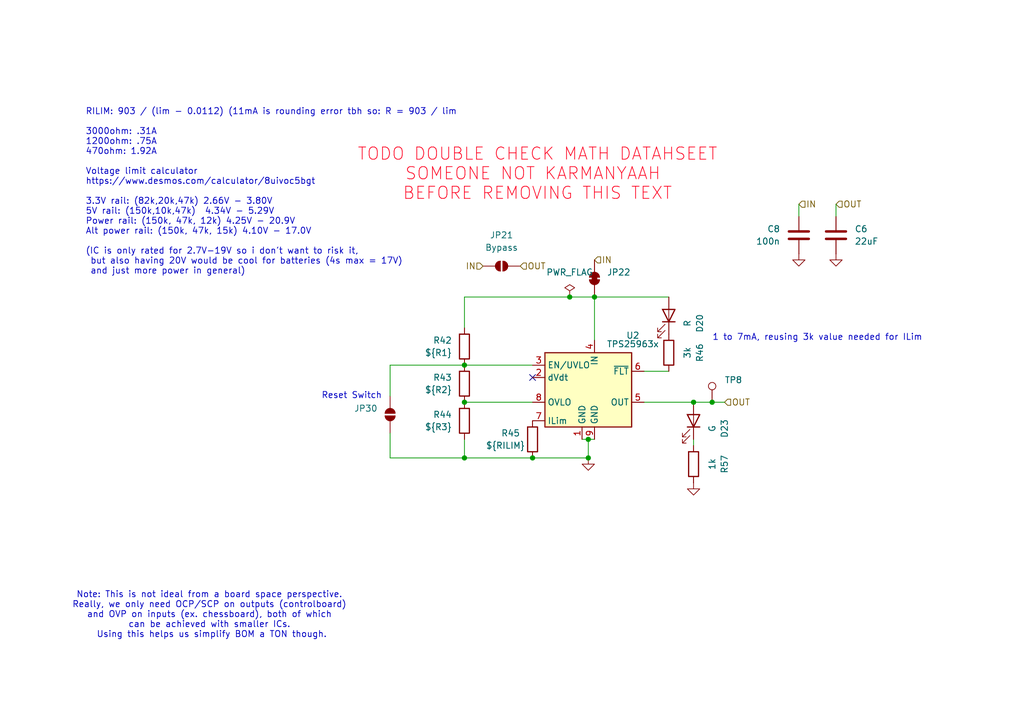
<source format=kicad_sch>
(kicad_sch (version 20231120) (generator "eeschema") (generator_version "8.0")
  (paper "A5")
  (lib_symbols
    (symbol "0chessbot-parts:TPS2592xx"
      (property "Reference" "U" (at -6.35 6.35 0))
      (property "Value" "TPS2596xx" (at 6.35 6.35 0))
      (symbol "TPS2592xx_0_1"
        (rectangle (start -8.89 7.62) (end 8.89 -7.62) (stroke (width 0.254)) (fill (type background)))
      )
      (symbol "TPS2592xx_1_0"
        (pin power_in line (at -1.27 -10.16 90) (length 2.54) (name "GND") (number "1"))
        (pin bidirectional line (at -11.43 2.54 0) (length 2.54) (name "dVdt") (number "2"))
        (pin input line (at -11.43 5.08 0) (length 2.54) (name "EN/UVLO") (number "3"))
        (pin power_in line (at 1.27 10.16 270) (length 2.54) (name "IN") (number "4"))
        (pin power_out line (at 11.43 -2.54 180) (length 2.54) (name "OUT") (number "5"))
        (pin bidirectional line (at 11.43 3.81 180) (length 2.54) (name "~{FLT}") (number "6"))
        (pin bidirectional line (at -11.43 -6.35 0) (length 2.54) (name "ILim") (number "7"))
        (pin bidirectional line (at -11.43 -2.54 0) (length 2.54) (name "OVLO") (number "8"))
        (pin power_in line (at 1.27 -10.16 90) (length 2.54) (name "GND") (number "9"))
      )
    )
    (symbol "Connector:TestPoint" (pin_numbers hide) (pin_names (offset 0.762) hide)
      (property "Reference" "TP" (at 0 6.858 0))
      (property "Value" "TestPoint" (at 0 5.08 0))
      (symbol "TestPoint_0_1"
        (circle (center 0 3.302) (radius 0.762))
      )
      (symbol "TestPoint_1_1"
        (pin passive line (at 0 0 90) (length 2.54) (name "1") (number "1"))
      )
    )
    (symbol "Device:C" (pin_numbers hide) (pin_names (offset 0.254))
      (property "Reference" "C" (at 0.635 2.54 0))
      (property "Value" "C" (at 0.635 -2.54 0))
      (symbol "C_0_1"
        (polyline (pts (xy -2.032 -0.762) (xy 2.032 -0.762)) (stroke (width 0.508)))
        (polyline (pts (xy -2.032 0.762) (xy 2.032 0.762)) (stroke (width 0.508)))
      )
      (symbol "C_1_1"
        (pin passive line (at 0 3.81 270) (length 2.794) (name "~") (number "1"))
        (pin passive line (at 0 -3.81 90) (length 2.794) (name "~") (number "2"))
      )
    )
    (symbol "Device:LED" (pin_numbers hide) (pin_names (offset 1.016) hide)
      (property "Reference" "D" (at 0 2.54 0))
      (property "Value" "LED" (at 0 -2.54 0))
      (symbol "LED_0_1"
        (polyline (pts (xy -1.27 -1.27) (xy -1.27 1.27)) (stroke (width 0.254)))
        (polyline (pts (xy -1.27 0) (xy 1.27 0)))
        (polyline (pts (xy 1.27 -1.27) (xy 1.27 1.27) (xy -1.27 0) (xy 1.27 -1.27)) (stroke (width 0.254)))
        (polyline (pts (xy -3.048 -0.762) (xy -4.572 -2.286) (xy -3.81 -2.286) (xy -4.572 -2.286) (xy -4.572 -1.524)))
        (polyline (pts (xy -1.778 -0.762) (xy -3.302 -2.286) (xy -2.54 -2.286) (xy -3.302 -2.286) (xy -3.302 -1.524)))
      )
      (symbol "LED_1_1"
        (pin passive line (at -3.81 0 0) (length 2.54) (name "K") (number "1"))
        (pin passive line (at 3.81 0 180) (length 2.54) (name "A") (number "2"))
      )
    )
    (symbol "Device:R" (pin_numbers hide) (pin_names (offset 0))
      (property "Reference" "R" (at 2.032 0 90))
      (property "Value" "R" (at 0 0 90))
      (symbol "R_0_1"
        (rectangle (start -1.016 -2.54) (end 1.016 2.54) (stroke (width 0.254)))
      )
      (symbol "R_1_1"
        (pin passive line (at 0 3.81 270) (length 1.27) (name "~") (number "1"))
        (pin passive line (at 0 -3.81 90) (length 1.27) (name "~") (number "2"))
      )
    )
    (symbol "Jumper:SolderJumper_2_Bridged" (pin_numbers hide) (pin_names (offset 0) hide) (exclude_from_sim yes) (in_bom no)
      (property "Reference" "JP" (at 0 2.032 0))
      (property "Value" "SolderJumper_2_Bridged" (at 0 -2.54 0))
      (symbol "SolderJumper_2_Bridged_0_1"
        (rectangle (start -0.508 0.508) (end 0.508 -0.508) (fill (type outline)))
        (arc (start -0.254 1.016) (mid -1.2656 0) (end -0.254 -1.016))
        (arc (start -0.254 1.016) (mid -1.2656 0) (end -0.254 -1.016) (fill (type outline)))
        (polyline (pts (xy -0.254 1.016) (xy -0.254 -1.016)))
        (polyline (pts (xy 0.254 1.016) (xy 0.254 -1.016)))
        (arc (start 0.254 -1.016) (mid 1.2656 0) (end 0.254 1.016))
        (arc (start 0.254 -1.016) (mid 1.2656 0) (end 0.254 1.016) (fill (type outline)))
      )
      (symbol "SolderJumper_2_Bridged_1_1"
        (pin passive line (at -3.81 0 0) (length 2.54) (name "A") (number "1"))
        (pin passive line (at 3.81 0 180) (length 2.54) (name "B") (number "2"))
      )
    )
    (symbol "Jumper:SolderJumper_2_Open" (pin_numbers hide) (pin_names (offset 0) hide) (exclude_from_sim yes) (in_bom no)
      (property "Reference" "JP" (at 0 2.032 0))
      (property "Value" "SolderJumper_2_Open" (at 0 -2.54 0))
      (symbol "SolderJumper_2_Open_0_1"
        (arc (start -0.254 1.016) (mid -1.2656 0) (end -0.254 -1.016))
        (arc (start -0.254 1.016) (mid -1.2656 0) (end -0.254 -1.016) (fill (type outline)))
        (polyline (pts (xy -0.254 1.016) (xy -0.254 -1.016)))
        (polyline (pts (xy 0.254 1.016) (xy 0.254 -1.016)))
        (arc (start 0.254 -1.016) (mid 1.2656 0) (end 0.254 1.016))
        (arc (start 0.254 -1.016) (mid 1.2656 0) (end 0.254 1.016) (fill (type outline)))
      )
      (symbol "SolderJumper_2_Open_1_1"
        (pin passive line (at -3.81 0 0) (length 2.54) (name "A") (number "1"))
        (pin passive line (at 3.81 0 180) (length 2.54) (name "B") (number "2"))
      )
    )
    (symbol "power:GND" (power) (pin_numbers hide) (pin_names (offset 0) hide)
      (property "Value" "GND" (at 0 -3.81 0))
      (symbol "GND_0_1"
        (polyline (pts (xy 0 0) (xy 0 -1.27) (xy 1.27 -1.27) (xy 0 -2.54) (xy -1.27 -1.27) (xy 0 -1.27)))
      )
      (symbol "GND_1_1"
        (pin power_in line (at 0 0 270) (length 0) (name "~") (number "1"))
      )
    )
    (symbol "power:PWR_FLAG" (power) (pin_numbers hide) (pin_names (offset 0) hide)
      (property "Value" "PWR_FLAG" (at 0 3.81 0))
      (symbol "PWR_FLAG_0_0"
        (pin power_out line (at 0 0 90) (length 0) (name "~") (number "1"))
      )
      (symbol "PWR_FLAG_0_1"
        (polyline (pts (xy 0 0) (xy 0 1.27) (xy -1.016 1.905) (xy 0 2.54) (xy 1.016 1.905) (xy 0 1.27)))
      )
    )
  )
  (junction (at 121.92 60.96))
  (junction (at 116.84 60.96))
  (junction (at 95.25 74.93))
  (junction (at 95.25 82.55))
  (junction (at 109.22 93.98))
  (junction (at 120.65 93.98))
  (junction (at 146.05 82.55))
  (junction (at 120.65 90.17))
  (junction (at 95.25 93.98))
  (junction (at 142.24 82.55))
  (no_connect (at 109.22 77.47))
  (wire (pts (xy 109.22 93.98) (xy 120.65 93.98)))
  (wire (pts (xy 95.25 60.96) (xy 95.25 67.31)))
  (wire (pts (xy 116.84 60.96) (xy 121.92 60.96)))
  (wire (pts (xy 120.65 90.17) (xy 121.92 90.17)))
  (wire (pts (xy 80.01 93.98) (xy 95.25 93.98)))
  (wire (pts (xy 146.05 82.55) (xy 142.24 82.55)))
  (wire (pts (xy 95.25 60.96) (xy 116.84 60.96)))
  (wire (pts (xy 132.08 82.55) (xy 142.24 82.55)))
  (wire (pts (xy 95.25 90.17) (xy 95.25 93.98)))
  (wire (pts (xy 120.65 93.98) (xy 120.65 90.17)))
  (wire (pts (xy 119.38 90.17) (xy 120.65 90.17)))
  (wire (pts (xy 137.16 60.96) (xy 121.92 60.96)))
  (wire (pts (xy 171.45 41.91) (xy 171.45 44.45)))
  (wire (pts (xy 132.08 76.2) (xy 137.16 76.2)))
  (wire (pts (xy 80.01 74.93) (xy 95.25 74.93)))
  (wire (pts (xy 142.24 91.44) (xy 142.24 90.17)))
  (wire (pts (xy 163.83 41.91) (xy 163.83 44.45)))
  (wire (pts (xy 80.01 88.9) (xy 80.01 93.98)))
  (wire (pts (xy 148.59 82.55) (xy 146.05 82.55)))
  (wire (pts (xy 95.25 74.93) (xy 109.22 74.93)))
  (wire (pts (xy 95.25 82.55) (xy 109.22 82.55)))
  (wire (pts (xy 95.25 93.98) (xy 109.22 93.98)))
  (wire (pts (xy 121.92 60.96) (xy 121.92 69.85)))
  (wire (pts (xy 80.01 74.93) (xy 80.01 81.28)))
  (text "1 to 7mA, reusing 3k value needed for ILim" (at 167.64 69.342 0) (effects (font (size 1.27 1.27))))
  (text "Reset Switch" (at 72.136 81.28 0) (effects (font (size 1.27 1.27))))
  (text "RILIM: 903 / (lim - 0.0112) (11mA is rounding error tbh so: R = 903 / lim\n\n3000ohm: .31A\n1200ohm: .75A\n470ohm: 1.92A\n\nVoltage limit calculator\nhttps://www.desmos.com/calculator/8uivoc5bgt\n\n3.3V rail: (82k,20k,47k) 2.66V - 3.80V\n5V rail: (150k,10k,47k)  4.34V - 5.29V\nPower rail: (150k, 47k, 12k) 4.25V - 20.9V\nAlt power rail: (150k, 47k, 15k) 4.10V - 17.0V\n\n(IC is only rated for 2.7V-19V so i don't want to risk it,\n but also having 20V would be cool for batteries (4s max = 17V)\n and just more power in general)" (at 17.526 39.37 0) (effects (font (size 1.27 1.27)) (justify left)))
  (text "Note: This is not ideal from a board space perspective. \nReally, we only need OCP/SCP on outputs (controlboard) \nand OVP on inputs (ex. chessboard), both of which \ncan be achieved with smaller ICs. \nUsing this helps us simplify BOM a TON though." (at 43.434 126.238 0) (effects (font (size 1.27 1.27))))
  (text "\nTODO DOUBLE CHECK MATH DATAHSEET\nSOMEONE NOT KARMANYAAH \nBEFORE REMOVING THIS TEXT" (at 110.236 33.782 0) (effects (font (size 2.5 2.5))))
  (hierarchical_label "IN" (shape input) (at 163.83 41.91 0))
  (hierarchical_label "IN" (shape input) (at 121.92 53.34 0))
  (hierarchical_label "IN" (shape input) (at 99.06 54.61 180))
  (hierarchical_label "OUT" (shape input) (at 171.45 41.91 0))
  (hierarchical_label "OUT" (shape input) (at 148.59 82.55 0))
  (hierarchical_label "OUT" (shape input) (at 106.68 54.61 0))
  (symbol (lib_id "Device:C") (at 171.45 48.26 0) (unit 1)
    (property "Reference" "C6" (at 175.26 46.9899 0) (effects (justify left)))
    (property "Value" "22uF" (at 175.26 49.5299 0) (effects (justify left)))
    (property "Footprint" "Capacitor_SMD:C_1206_3216Metric_Pad1.33x1.80mm_HandSolder" (effects (hide yes)))
    (property "Description" "Unpolarized capacitor" (effects (hide yes)))
    (instances (project "controlboard" (path "" (reference "C6") (unit 1)) (path "" (reference "C7") (unit 1)) (path "" (reference "C9") (unit 1))))
  )
  (symbol (lib_id "Device:R") (at 95.25 86.36 0) (mirror y) (unit 1)
    (property "Reference" "R44" (at 92.71 85.0899 0) (effects (justify left)))
    (property "Value" "${R3}" (at 92.71 87.6299 0) (effects (justify left)))
    (property "Footprint" "Resistor_SMD:R_0603_1608Metric_Pad0.98x0.95mm_HandSolder" (effects (hide yes)))
    (property "Description" "Resistor" (effects (hide yes)))
    (instances (project "controlboard" (path "" (reference "R44") (unit 1)) (path "" (reference "R49") (unit 1)) (path "" (reference "R31") (unit 1))))
  )
  (symbol (lib_id "Device:R") (at 142.24 95.25 0) (mirror x) (unit 1)
    (property "Reference" "R57" (at 148.59 95.25 90))
    (property "Value" "1k" (at 146.05 95.25 90))
    (property "Footprint" "Resistor_SMD:R_0603_1608Metric_Pad0.98x0.95mm_HandSolder" (effects (hide yes)))
    (property "Description" "Resistor" (effects (hide yes)))
    (instances (project "controlboard" (path "" (reference "R57") (unit 1)) (path "" (reference "R59") (unit 1)) (path "" (reference "R34") (unit 1))))
  )
  (symbol (lib_id "power:PWR_FLAG") (at 116.84 60.96 0) (unit 1)
    (property "Reference" "#FLG02" (effects (hide yes)))
    (property "Value" "PWR_FLAG" (at 116.84 55.88 0))
    (property "Description" "Special symbol for telling ERC where power comes from" (effects (hide yes)))
    (instances (project "controlboard" (path "" (reference "#FLG02") (unit 1)) (path "" (reference "#FLG03") (unit 1)) (path "" (reference "#FLG04") (unit 1))))
  )
  (symbol (lib_id "Device:LED") (at 137.16 64.77 270) (mirror x) (unit 1)
    (property "Reference" "D20" (at 143.51 66.3575 0))
    (property "Value" "R" (at 140.97 66.3575 0))
    (property "Footprint" "LED_SMD:LED_0603_1608Metric_Pad1.05x0.95mm_HandSolder" (effects (hide yes)))
    (property "Description" "Light emitting diode" (effects (hide yes)))
    (instances (project "controlboard" (path "" (reference "D20") (unit 1)) (path "" (reference "D21") (unit 1)) (path "" (reference "D31") (unit 1))))
  )
  (symbol (lib_id "Device:LED") (at 142.24 86.36 270) (mirror x) (unit 1)
    (property "Reference" "D23" (at 148.59 87.9475 0))
    (property "Value" "G" (at 146.05 87.9475 0))
    (property "Footprint" "LED_SMD:LED_0603_1608Metric_Pad1.05x0.95mm_HandSolder" (effects (hide yes)))
    (property "Description" "Light emitting diode" (effects (hide yes)))
    (instances (project "controlboard" (path "" (reference "D23") (unit 1)) (path "" (reference "D25") (unit 1)) (path "" (reference "D32") (unit 1))))
  )
  (symbol (lib_id "Device:R") (at 95.25 78.74 0) (mirror y) (unit 1)
    (property "Reference" "R43" (at 92.71 77.4699 0) (effects (justify left)))
    (property "Value" "${R2}" (at 92.71 80.0099 0) (effects (justify left)))
    (property "Footprint" "Resistor_SMD:R_0603_1608Metric_Pad0.98x0.95mm_HandSolder" (effects (hide yes)))
    (property "Description" "Resistor" (effects (hide yes)))
    (instances (project "controlboard" (path "" (reference "R43") (unit 1)) (path "" (reference "R48") (unit 1)) (path "" (reference "R30") (unit 1))))
  )
  (symbol (lib_id "power:GND") (at 142.24 99.06 0) (unit 1)
    (property "Reference" "#PWR02" (effects (hide yes)))
    (property "Value" "GND" (effects (hide yes)))
    (property "Description" "Power symbol creates a global label with name \"GND\" , ground" (effects (hide yes)))
    (instances (project "controlboard" (path "" (reference "#PWR02") (unit 1)) (path "" (reference "#PWR07") (unit 1)) (path "" (reference "#PWR040") (unit 1))))
  )
  (symbol (lib_id "Jumper:SolderJumper_2_Bridged") (at 121.92 57.15 90) (unit 1) (exclude_from_sim yes) (in_bom no)
    (property "Reference" "JP22" (at 124.46 55.8799 90) (effects (justify right)))
    (property "Value" "SolderJumper_2_Bridged" (effects (hide yes)))
    (property "Footprint" "Jumper:SolderJumper-2_P1.3mm_Bridged2Bar_RoundedPad1.0x1.5mm" (effects (hide yes)))
    (property "Description" "Solder Jumper, 2-pole, closed/bridged" (effects (hide yes)))
    (instances (project "controlboard" (path "" (reference "JP22") (unit 1)) (path "" (reference "JP24") (unit 1)) (path "" (reference "JP28") (unit 1))))
  )
  (symbol (lib_id "Device:R") (at 109.22 90.17 0) (mirror y) (unit 1)
    (property "Reference" "R45" (at 106.68 88.8999 0) (effects (justify left)))
    (property "Value" "${RILIM}" (at 107.696 91.44 0) (effects (justify left)))
    (property "Footprint" "Resistor_SMD:R_0603_1608Metric_Pad0.98x0.95mm_HandSolder" (effects (hide yes)))
    (property "Description" "Resistor" (effects (hide yes)))
    (instances (project "controlboard" (path "" (reference "R45") (unit 1)) (path "" (reference "R50") (unit 1)) (path "" (reference "R32") (unit 1))))
  )
  (symbol (lib_id "power:GND") (at 171.45 52.07 0) (unit 1)
    (property "Reference" "#PWR051" (effects (hide yes)))
    (property "Value" "GND" (effects (hide yes)))
    (property "Description" "Power symbol creates a global label with name \"GND\" , ground" (effects (hide yes)))
    (instances (project "controlboard" (path "" (reference "#PWR051") (unit 1)) (path "" (reference "#PWR054") (unit 1)) (path "" (reference "#PWR042") (unit 1))))
  )
  (symbol (lib_id "Connector:TestPoint") (at 146.05 82.55 0) (unit 1)
    (property "Reference" "TP8" (at 148.59 77.9779 0) (effects (justify left)))
    (property "Value" "TestPoint" (effects (hide yes)))
    (property "Footprint" "TestPoint:TestPoint_THTPad_1.0x1.0mm_Drill0.5mm" (effects (hide yes)))
    (property "Description" "test point" (effects (hide yes)))
    (instances (project "controlboard" (path "" (reference "TP8") (unit 1)) (path "" (reference "TP9") (unit 1)) (path "" (reference "TP10") (unit 1))))
  )
  (symbol (lib_id "Device:R") (at 95.25 71.12 0) (mirror y) (unit 1)
    (property "Reference" "R42" (at 92.71 69.8499 0) (effects (justify left)))
    (property "Value" "${R1}" (at 92.71 72.3899 0) (effects (justify left)))
    (property "Footprint" "Resistor_SMD:R_0603_1608Metric_Pad0.98x0.95mm_HandSolder" (effects (hide yes)))
    (property "Description" "Resistor" (effects (hide yes)))
    (instances (project "controlboard" (path "" (reference "R42") (unit 1)) (path "" (reference "R47") (unit 1)) (path "" (reference "R29") (unit 1))))
  )
  (symbol (lib_id "Device:R") (at 137.16 72.39 0) (mirror x) (unit 1)
    (property "Reference" "R46" (at 143.51 72.39 90))
    (property "Value" "3k" (at 140.97 72.39 90))
    (property "Footprint" "Resistor_SMD:R_0603_1608Metric_Pad0.98x0.95mm_HandSolder" (effects (hide yes)))
    (property "Description" "Resistor" (effects (hide yes)))
    (instances (project "controlboard" (path "" (reference "R46") (unit 1)) (path "" (reference "R51") (unit 1)) (path "" (reference "R33") (unit 1))))
  )
  (symbol (lib_id "power:GND") (at 120.65 93.98 0) (unit 1)
    (property "Reference" "#PWR049" (effects (hide yes)))
    (property "Value" "GND" (effects (hide yes)))
    (property "Description" "Power symbol creates a global label with name \"GND\" , ground" (effects (hide yes)))
    (instances (project "controlboard" (path "" (reference "#PWR049") (unit 1)) (path "" (reference "#PWR052") (unit 1)) (path "" (reference "#PWR037") (unit 1))))
  )
  (symbol (lib_id "Device:C") (at 163.83 48.26 0) (mirror y) (unit 1)
    (property "Reference" "C8" (at 160.02 46.9899 0) (effects (justify left)))
    (property "Value" "100n" (at 160.02 49.5299 0) (effects (justify left)))
    (property "Footprint" "Capacitor_SMD:C_0603_1608Metric_Pad1.08x0.95mm_HandSolder" (effects (hide yes)))
    (property "Description" "Unpolarized capacitor" (effects (hide yes)))
    (instances (project "controlboard" (path "" (reference "C8") (unit 1)) (path "" (reference "C11") (unit 1)) (path "" (reference "C13") (unit 1))))
  )
  (symbol (lib_id "Jumper:SolderJumper_2_Open") (at 102.87 54.61 180) (unit 1) (exclude_from_sim yes) (in_bom no)
    (property "Reference" "JP21" (at 102.87 48.26 0))
    (property "Value" "Bypass" (at 102.87 50.8 0))
    (property "Footprint" "Jumper:SolderJumper-2_P1.3mm_Open_RoundedPad1.0x1.5mm" (effects (hide yes)))
    (property "Description" "Solder Jumper, 2-pole, open" (effects (hide yes)))
    (instances (project "controlboard" (path "" (reference "JP21") (unit 1)) (path "" (reference "JP23") (unit 1)) (path "" (reference "JP27") (unit 1))))
  )
  (symbol (lib_id "0chessbot-parts:TPS2592xx") (at 120.65 80.01 0) (unit 1)
    (property "Reference" "U2" (at 129.794 68.834 0))
    (property "Value" "TPS25963x" (at 129.794 70.612 0))
    (property "Footprint" "Package_SO:TI_SO-PowerPAD-8" (effects (hide yes)))
    (property "Datasheet" "https://www.ti.com/lit/ds/symlink/tps2596.pdf" (effects (hide yes)))
    (property "Description" "eFuse Protection Switch" (effects (hide yes)))
    (property "JLCPCB Rotation Offset" "-90" (effects (hide yes)))
    (instances (project "controlboard" (path "" (reference "U2") (unit 1)) (path "" (reference "U5") (unit 1)) (path "" (reference "U6") (unit 1))))
  )
  (symbol (lib_id "power:GND") (at 163.83 52.07 0) (mirror y) (unit 1)
    (property "Reference" "#PWR050" (effects (hide yes)))
    (property "Value" "GND" (effects (hide yes)))
    (property "Description" "Power symbol creates a global label with name \"GND\" , ground" (effects (hide yes)))
    (instances (project "controlboard" (path "" (reference "#PWR050") (unit 1)) (path "" (reference "#PWR053") (unit 1)) (path "" (reference "#PWR041") (unit 1))))
  )
  (symbol (lib_id "Jumper:SolderJumper_2_Open") (at 80.01 85.09 270) (mirror x) (unit 1) (exclude_from_sim yes) (in_bom no)
    (property "Reference" "JP30" (at 77.47 83.8199 90) (effects (justify right)))
    (property "Value" "SolderJumper_2_Open" (effects (hide yes)))
    (property "Footprint" "Jumper:SolderJumper-2_P1.3mm_Open_RoundedPad1.0x1.5mm" (effects (hide yes)))
    (property "Description" "Solder Jumper, 2-pole, open" (effects (hide yes)))
    (instances (project "controlboard" (path "" (reference "JP30") (unit 1)) (path "" (reference "JP19") (unit 1)) (path "" (reference "JP29") (unit 1))))
  )
)
</source>
